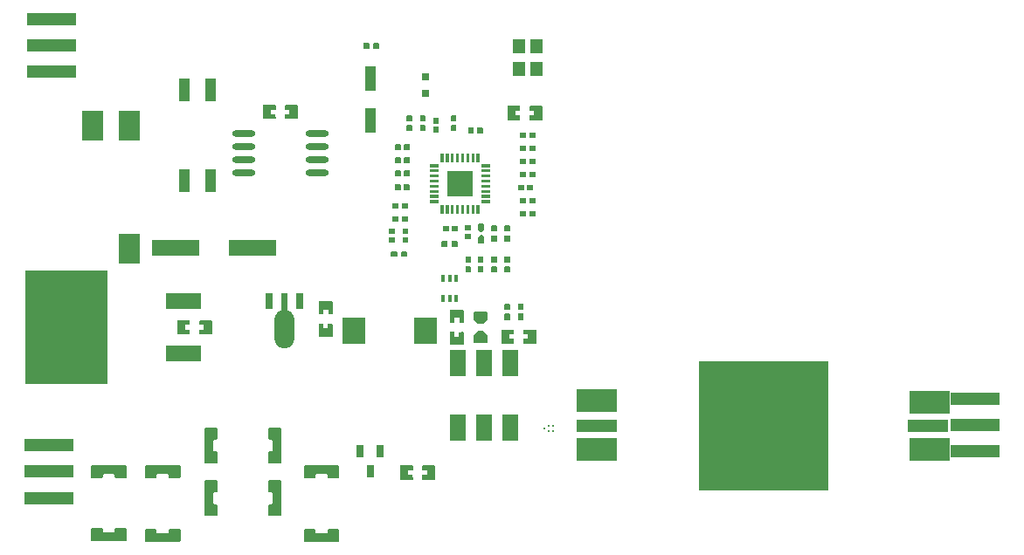
<source format=gtp>
G04 Layer: TopPasteMaskLayer*
G04 EasyEDA v6.5.51, 2025-10-24 11:51:23*
G04 97615f8f373a41e584ce2743ba089a90,41e67a4a1722464fbd0118792d3d5ae6,10*
G04 Gerber Generator version 0.2*
G04 Scale: 100 percent, Rotated: No, Reflected: No *
G04 Dimensions in millimeters *
G04 leading zeros omitted , absolute positions ,4 integer and 5 decimal *
%FSLAX45Y45*%
%MOMM*%

%AMMACRO1*21,1,$1,$2,0,0,$3*%
%ADD10R,12.5000X12.5000*%
%ADD11R,8.0000X11.0000*%
%ADD12R,1.2000X1.4000*%
%ADD13MACRO1,1.2X1.4X0.0000*%
%ADD14R,4.6000X1.6000*%
%ADD15R,0.7000X1.2500*%
%ADD16R,2.0000X3.0000*%
%ADD17R,0.0121X3.0000*%
%ADD18R,0.2000X0.2750*%
%ADD19R,4.8000X1.2000*%
%ADD20R,1.6500X2.5400*%
%ADD21MACRO1,2.592X2.185X90.0000*%
%ADD22R,2.1850X2.5920*%
%ADD23R,0.9800X2.4600*%
%ADD24R,3.5000X1.5000*%
%ADD25R,0.6720X1.5750*%
%ADD26R,1.1000X2.2000*%
%ADD27O,2.250008X0.629996*%
%ADD28R,0.3500X0.7800*%
%ADD29R,0.8000X0.8000*%
%ADD30R,4.0000X1.2000*%
%ADD31R,4.0000X2.2000*%

%LPD*%
G36*
X1720494Y-6780987D02*
G01*
X1715465Y-6785965D01*
X1715973Y-6827977D01*
X1759966Y-6827977D01*
X1759966Y-6872986D01*
X1714957Y-6872986D01*
X1715465Y-6913981D01*
X1720494Y-6918959D01*
X1835505Y-6918959D01*
X1840484Y-6913981D01*
X1840484Y-6785965D01*
X1835505Y-6780987D01*
G37*
G36*
X1504492Y-6780987D02*
G01*
X1499463Y-6785965D01*
X1499463Y-6913981D01*
X1504492Y-6918959D01*
X1619504Y-6918959D01*
X1624482Y-6913981D01*
X1623974Y-6871970D01*
X1579981Y-6871970D01*
X1579981Y-6827012D01*
X1624990Y-6827012D01*
X1624482Y-6785965D01*
X1619504Y-6780987D01*
G37*
G36*
X4704486Y-4700981D02*
G01*
X4699508Y-4706010D01*
X4699508Y-4833975D01*
X4704486Y-4839004D01*
X4819497Y-4839004D01*
X4824476Y-4833975D01*
X4824018Y-4792014D01*
X4779975Y-4792014D01*
X4779975Y-4747006D01*
X4824984Y-4747006D01*
X4824476Y-4706010D01*
X4819497Y-4700981D01*
G37*
G36*
X4920488Y-4700981D02*
G01*
X4915509Y-4706010D01*
X4915966Y-4747971D01*
X4959959Y-4747971D01*
X4959959Y-4792980D01*
X4915001Y-4792980D01*
X4915509Y-4833975D01*
X4920488Y-4839004D01*
X5035499Y-4839004D01*
X5040477Y-4833975D01*
X5040477Y-4706010D01*
X5035499Y-4700981D01*
G37*
G36*
X2390089Y-8333587D02*
G01*
X2380081Y-8343595D01*
X2380081Y-8437626D01*
X2390089Y-8447633D01*
X2413711Y-8447633D01*
X2423668Y-8457641D01*
X2423668Y-8555126D01*
X2413711Y-8565134D01*
X2390089Y-8565134D01*
X2380081Y-8575141D01*
X2380081Y-8669172D01*
X2390089Y-8679180D01*
X2498344Y-8679180D01*
X2508351Y-8669172D01*
X2508351Y-8343595D01*
X2498344Y-8333587D01*
G37*
G36*
X1776831Y-8333587D02*
G01*
X1766824Y-8343595D01*
X1766824Y-8669172D01*
X1776831Y-8679180D01*
X1885086Y-8679180D01*
X1895093Y-8669172D01*
X1895093Y-8575141D01*
X1885086Y-8565134D01*
X1861464Y-8565134D01*
X1851456Y-8555126D01*
X1851456Y-8457641D01*
X1861464Y-8447633D01*
X1885086Y-8447633D01*
X1895093Y-8437626D01*
X1895093Y-8343595D01*
X1885086Y-8333587D01*
G37*
G36*
X675386Y-8184438D02*
G01*
X665378Y-8194446D01*
X665378Y-8302701D01*
X675386Y-8312708D01*
X769416Y-8312708D01*
X779424Y-8302701D01*
X779424Y-8279079D01*
X789432Y-8269122D01*
X886917Y-8269122D01*
X896924Y-8279079D01*
X896924Y-8302701D01*
X906932Y-8312708D01*
X1001014Y-8312708D01*
X1010970Y-8302701D01*
X1010970Y-8194446D01*
X1001014Y-8184438D01*
G37*
G36*
X675386Y-8797696D02*
G01*
X665378Y-8807704D01*
X665378Y-8915958D01*
X675386Y-8925966D01*
X1001014Y-8925966D01*
X1010970Y-8915958D01*
X1010970Y-8807704D01*
X1001014Y-8797696D01*
X906932Y-8797696D01*
X896924Y-8807704D01*
X896924Y-8831326D01*
X886917Y-8841333D01*
X789432Y-8841333D01*
X779424Y-8831326D01*
X779424Y-8807704D01*
X769416Y-8797696D01*
G37*
G36*
X1197203Y-8189214D02*
G01*
X1187196Y-8199221D01*
X1187196Y-8307476D01*
X1197203Y-8317484D01*
X1291234Y-8317484D01*
X1301242Y-8307476D01*
X1301242Y-8283854D01*
X1311249Y-8273897D01*
X1408734Y-8273897D01*
X1418742Y-8283854D01*
X1418742Y-8307476D01*
X1428750Y-8317484D01*
X1522780Y-8317484D01*
X1532788Y-8307476D01*
X1532788Y-8199221D01*
X1522780Y-8189214D01*
G37*
G36*
X1197203Y-8802471D02*
G01*
X1187196Y-8812479D01*
X1187196Y-8920734D01*
X1197203Y-8930741D01*
X1522780Y-8930741D01*
X1532788Y-8920734D01*
X1532788Y-8812479D01*
X1522780Y-8802471D01*
X1428750Y-8802471D01*
X1418742Y-8812479D01*
X1418742Y-8836101D01*
X1408734Y-8846108D01*
X1311249Y-8846108D01*
X1301242Y-8836101D01*
X1301242Y-8812479D01*
X1291234Y-8802471D01*
G37*
G36*
X2737205Y-8189214D02*
G01*
X2727198Y-8199221D01*
X2727198Y-8307476D01*
X2737205Y-8317484D01*
X2831236Y-8317484D01*
X2841244Y-8307476D01*
X2841244Y-8283854D01*
X2851251Y-8273897D01*
X2948736Y-8273897D01*
X2958744Y-8283854D01*
X2958744Y-8307476D01*
X2968752Y-8317484D01*
X3062782Y-8317484D01*
X3072790Y-8307476D01*
X3072790Y-8199221D01*
X3062782Y-8189214D01*
G37*
G36*
X2737205Y-8802471D02*
G01*
X2727198Y-8812479D01*
X2727198Y-8920734D01*
X2737205Y-8930741D01*
X3062782Y-8930741D01*
X3072790Y-8920734D01*
X3072790Y-8812479D01*
X3062782Y-8802471D01*
X2968752Y-8802471D01*
X2958744Y-8812479D01*
X2958744Y-8836101D01*
X2948736Y-8846108D01*
X2851251Y-8846108D01*
X2841244Y-8836101D01*
X2841244Y-8812479D01*
X2831236Y-8802471D01*
G37*
G36*
X2875991Y-6599478D02*
G01*
X2870962Y-6604508D01*
X2870962Y-6719468D01*
X2875991Y-6724497D01*
X2918002Y-6723989D01*
X2918002Y-6679996D01*
X2962960Y-6679996D01*
X2962960Y-6725005D01*
X3003956Y-6724497D01*
X3008985Y-6719468D01*
X3008985Y-6604508D01*
X3003956Y-6599478D01*
G37*
G36*
X2916986Y-6814972D02*
G01*
X2875991Y-6815480D01*
X2870962Y-6820458D01*
X2870962Y-6935470D01*
X2875991Y-6940499D01*
X3004007Y-6940499D01*
X3008985Y-6935470D01*
X3008985Y-6820458D01*
X3004007Y-6815480D01*
X2961995Y-6815988D01*
X2961995Y-6859981D01*
X2916986Y-6859981D01*
G37*
G36*
X4186986Y-6894982D02*
G01*
X4145991Y-6895490D01*
X4141012Y-6900468D01*
X4141012Y-7015480D01*
X4145991Y-7020458D01*
X4274007Y-7020458D01*
X4278985Y-7015480D01*
X4278985Y-6900468D01*
X4274007Y-6895490D01*
X4231995Y-6895998D01*
X4231995Y-6939991D01*
X4186986Y-6939991D01*
G37*
G36*
X4145991Y-6679488D02*
G01*
X4141012Y-6684467D01*
X4141012Y-6799478D01*
X4145991Y-6804507D01*
X4188002Y-6803999D01*
X4188002Y-6760006D01*
X4233011Y-6760006D01*
X4233011Y-6805015D01*
X4274007Y-6804507D01*
X4278985Y-6799478D01*
X4278985Y-6684467D01*
X4274007Y-6679488D01*
G37*
G36*
X4381144Y-6696709D02*
G01*
X4371136Y-6706717D01*
X4371136Y-6775500D01*
X4417974Y-6814007D01*
X4462018Y-6814007D01*
X4508855Y-6775500D01*
X4508855Y-6706717D01*
X4498848Y-6696709D01*
G37*
G36*
X4417974Y-6885990D02*
G01*
X4371136Y-6924497D01*
X4371136Y-6993229D01*
X4381144Y-7003237D01*
X4498848Y-7003237D01*
X4508855Y-6993229D01*
X4508855Y-6924497D01*
X4462018Y-6885990D01*
G37*
G36*
X2390089Y-7823606D02*
G01*
X2380081Y-7833614D01*
X2380081Y-7927644D01*
X2390089Y-7937652D01*
X2413711Y-7937652D01*
X2423668Y-7947659D01*
X2423668Y-8045145D01*
X2413711Y-8055152D01*
X2390089Y-8055152D01*
X2380081Y-8065160D01*
X2380081Y-8159191D01*
X2390089Y-8169198D01*
X2498344Y-8169198D01*
X2508351Y-8159191D01*
X2508351Y-7833614D01*
X2498344Y-7823606D01*
G37*
G36*
X1776831Y-7823606D02*
G01*
X1766824Y-7833614D01*
X1766824Y-8159191D01*
X1776831Y-8169198D01*
X1885086Y-8169198D01*
X1895093Y-8159191D01*
X1895093Y-8065160D01*
X1885086Y-8055152D01*
X1861464Y-8055152D01*
X1851456Y-8045145D01*
X1851456Y-7947659D01*
X1861464Y-7937652D01*
X1885086Y-7937652D01*
X1895093Y-7927644D01*
X1895093Y-7833614D01*
X1885086Y-7823606D01*
G37*
G36*
X2550007Y-4690973D02*
G01*
X2544978Y-4696002D01*
X2545486Y-4737963D01*
X2589479Y-4737963D01*
X2589479Y-4782972D01*
X2544470Y-4782972D01*
X2544978Y-4823968D01*
X2550007Y-4828997D01*
X2665018Y-4828997D01*
X2669997Y-4823968D01*
X2669997Y-4696002D01*
X2665018Y-4690973D01*
G37*
G36*
X2335022Y-4690973D02*
G01*
X2329992Y-4696002D01*
X2329992Y-4823968D01*
X2335022Y-4828997D01*
X2449982Y-4828997D01*
X2455011Y-4823968D01*
X2454503Y-4782972D01*
X2410510Y-4782972D01*
X2410510Y-4737963D01*
X2455011Y-4737963D01*
X2455011Y-4696002D01*
X2449982Y-4690973D01*
G37*
G36*
X4644999Y-6871004D02*
G01*
X4639970Y-6875983D01*
X4639970Y-7003999D01*
X4644999Y-7008977D01*
X4760010Y-7008977D01*
X4764989Y-7003999D01*
X4764481Y-6961987D01*
X4720488Y-6961987D01*
X4720488Y-6916978D01*
X4765497Y-6916978D01*
X4764989Y-6875983D01*
X4760010Y-6871004D01*
G37*
G36*
X4859985Y-6871004D02*
G01*
X4855006Y-6875983D01*
X4855514Y-6916978D01*
X4899507Y-6916978D01*
X4899507Y-6961987D01*
X4855006Y-6961987D01*
X4855006Y-7003999D01*
X4859985Y-7008977D01*
X4974996Y-7008977D01*
X4979974Y-7003999D01*
X4979974Y-6875983D01*
X4974996Y-6871004D01*
G37*
G36*
X4401769Y-5166410D02*
G01*
X4401769Y-5246420D01*
X4431792Y-5246420D01*
X4431792Y-5166410D01*
G37*
G36*
X4051808Y-5166410D02*
G01*
X4051808Y-5246420D01*
X4081779Y-5246420D01*
X4081779Y-5166410D01*
G37*
G36*
X4351832Y-5166410D02*
G01*
X4351832Y-5246420D01*
X4381804Y-5246420D01*
X4381804Y-5166410D01*
G37*
G36*
X4301794Y-5166410D02*
G01*
X4301794Y-5246420D01*
X4331766Y-5246420D01*
X4331766Y-5166410D01*
G37*
G36*
X4251807Y-5166410D02*
G01*
X4251807Y-5246420D01*
X4281779Y-5246420D01*
X4281779Y-5166410D01*
G37*
G36*
X4101795Y-5166410D02*
G01*
X4101795Y-5246420D01*
X4131767Y-5246420D01*
X4131767Y-5166410D01*
G37*
G36*
X4201820Y-5166410D02*
G01*
X4201820Y-5246420D01*
X4231741Y-5246420D01*
X4231741Y-5166410D01*
G37*
G36*
X4151833Y-5166410D02*
G01*
X4151833Y-5246420D01*
X4181754Y-5246420D01*
X4181754Y-5166410D01*
G37*
G36*
X4451807Y-5266385D02*
G01*
X4451807Y-5296408D01*
X4531766Y-5296408D01*
X4531766Y-5266385D01*
G37*
G36*
X3951782Y-5266385D02*
G01*
X3951782Y-5296408D01*
X4031792Y-5296408D01*
X4031792Y-5266385D01*
G37*
G36*
X3951782Y-5316372D02*
G01*
X3951782Y-5346395D01*
X4031792Y-5346395D01*
X4031792Y-5316372D01*
G37*
G36*
X4451807Y-5316372D02*
G01*
X4451807Y-5346395D01*
X4531766Y-5346395D01*
X4531766Y-5316372D01*
G37*
G36*
X3951782Y-5366410D02*
G01*
X3951782Y-5396382D01*
X4031792Y-5396382D01*
X4031792Y-5366410D01*
G37*
G36*
X4451807Y-5366410D02*
G01*
X4451807Y-5396382D01*
X4531766Y-5396382D01*
X4531766Y-5366410D01*
G37*
G36*
X3951782Y-5416397D02*
G01*
X3951782Y-5446369D01*
X4031792Y-5446369D01*
X4031792Y-5416397D01*
G37*
G36*
X4451807Y-5416397D02*
G01*
X4451807Y-5446369D01*
X4531766Y-5446369D01*
X4531766Y-5416397D01*
G37*
G36*
X4451807Y-5466384D02*
G01*
X4451807Y-5496407D01*
X4531766Y-5496407D01*
X4531766Y-5466384D01*
G37*
G36*
X3951782Y-5466384D02*
G01*
X3951782Y-5496407D01*
X4031792Y-5496407D01*
X4031792Y-5466384D01*
G37*
G36*
X3951782Y-5516372D02*
G01*
X3951782Y-5546394D01*
X4031792Y-5546394D01*
X4031792Y-5516372D01*
G37*
G36*
X4451807Y-5516372D02*
G01*
X4451807Y-5546394D01*
X4531766Y-5546394D01*
X4531766Y-5516372D01*
G37*
G36*
X3951782Y-5566410D02*
G01*
X3951782Y-5596382D01*
X4031792Y-5596382D01*
X4031792Y-5566410D01*
G37*
G36*
X4451807Y-5566410D02*
G01*
X4451807Y-5596382D01*
X4531766Y-5596382D01*
X4531766Y-5566410D01*
G37*
G36*
X3951782Y-5616397D02*
G01*
X3951782Y-5646369D01*
X4031792Y-5646369D01*
X4031792Y-5616397D01*
G37*
G36*
X4451807Y-5616397D02*
G01*
X4451807Y-5646369D01*
X4531766Y-5646369D01*
X4531766Y-5616397D01*
G37*
G36*
X4051808Y-5666384D02*
G01*
X4051808Y-5746394D01*
X4081779Y-5746394D01*
X4081779Y-5666384D01*
G37*
G36*
X4401769Y-5666384D02*
G01*
X4401769Y-5746394D01*
X4431792Y-5746394D01*
X4431792Y-5666384D01*
G37*
G36*
X4101795Y-5666384D02*
G01*
X4101795Y-5746394D01*
X4131767Y-5746394D01*
X4131767Y-5666384D01*
G37*
G36*
X4151833Y-5666384D02*
G01*
X4151833Y-5746394D01*
X4181754Y-5746394D01*
X4181754Y-5666384D01*
G37*
G36*
X4351832Y-5666384D02*
G01*
X4351832Y-5746394D01*
X4381804Y-5746394D01*
X4381804Y-5666384D01*
G37*
G36*
X4201820Y-5666384D02*
G01*
X4201820Y-5746394D01*
X4231741Y-5746394D01*
X4231741Y-5666384D01*
G37*
G36*
X4251807Y-5666384D02*
G01*
X4251807Y-5746394D01*
X4281779Y-5746394D01*
X4281779Y-5666384D01*
G37*
G36*
X4301794Y-5666384D02*
G01*
X4301794Y-5746394D01*
X4331766Y-5746394D01*
X4331766Y-5666384D01*
G37*
G36*
X4117797Y-5332374D02*
G01*
X4117797Y-5580380D01*
X4365802Y-5580380D01*
X4365802Y-5332374D01*
G37*
G36*
X4894275Y-5467502D02*
G01*
X4890312Y-5471515D01*
X4890312Y-5517489D01*
X4894275Y-5521502D01*
X4944364Y-5521502D01*
X4948377Y-5517489D01*
X4948377Y-5471515D01*
X4944364Y-5467502D01*
G37*
G36*
X4809236Y-5467502D02*
G01*
X4805222Y-5471515D01*
X4805222Y-5517489D01*
X4809236Y-5521502D01*
X4859274Y-5521502D01*
X4863287Y-5517489D01*
X4863287Y-5471515D01*
X4859274Y-5467502D01*
G37*
G36*
X4826254Y-5085994D02*
G01*
X4821224Y-5091023D01*
X4821224Y-5135981D01*
X4826254Y-5141010D01*
X4874260Y-5141010D01*
X4881219Y-5135981D01*
X4881219Y-5091023D01*
X4874260Y-5085994D01*
G37*
G36*
X4924247Y-5085994D02*
G01*
X4917236Y-5091023D01*
X4917236Y-5135981D01*
X4924247Y-5141010D01*
X4972253Y-5141010D01*
X4977231Y-5135981D01*
X4977231Y-5091023D01*
X4972253Y-5085994D01*
G37*
G36*
X4924247Y-4958994D02*
G01*
X4917236Y-4964023D01*
X4917236Y-5008981D01*
X4924247Y-5014010D01*
X4972253Y-5014010D01*
X4977231Y-5008981D01*
X4977231Y-4964023D01*
X4972253Y-4958994D01*
G37*
G36*
X4826254Y-4958994D02*
G01*
X4821224Y-4964023D01*
X4821224Y-5008981D01*
X4826254Y-5014010D01*
X4874260Y-5014010D01*
X4881219Y-5008981D01*
X4881219Y-4964023D01*
X4874260Y-4958994D01*
G37*
G36*
X4826254Y-5339994D02*
G01*
X4821224Y-5345023D01*
X4821224Y-5389981D01*
X4826254Y-5395010D01*
X4874260Y-5395010D01*
X4881219Y-5389981D01*
X4881219Y-5345023D01*
X4874260Y-5339994D01*
G37*
G36*
X4924247Y-5339994D02*
G01*
X4917236Y-5345023D01*
X4917236Y-5389981D01*
X4924247Y-5395010D01*
X4972253Y-5395010D01*
X4977231Y-5389981D01*
X4977231Y-5345023D01*
X4972253Y-5339994D01*
G37*
G36*
X4549495Y-5957011D02*
G01*
X4544466Y-5964021D01*
X4544466Y-6012027D01*
X4549495Y-6017006D01*
X4594504Y-6017006D01*
X4599482Y-6012027D01*
X4599482Y-5964021D01*
X4594504Y-5957011D01*
G37*
G36*
X4549495Y-5860999D02*
G01*
X4544466Y-5866028D01*
X4544466Y-5913983D01*
X4549495Y-5920994D01*
X4594504Y-5920994D01*
X4599482Y-5913983D01*
X4599482Y-5866028D01*
X4594504Y-5860999D01*
G37*
G36*
X4421987Y-5844997D02*
G01*
X4417974Y-5849010D01*
X4417974Y-5898642D01*
X4436364Y-5925515D01*
X4453636Y-5925515D01*
X4471974Y-5898642D01*
X4471974Y-5849010D01*
X4468012Y-5844997D01*
G37*
G36*
X4436364Y-5952490D02*
G01*
X4417974Y-5979363D01*
X4417974Y-6028994D01*
X4421987Y-6033008D01*
X4468012Y-6033008D01*
X4471974Y-6028994D01*
X4471974Y-5979363D01*
X4453636Y-5952490D01*
G37*
G36*
X4924247Y-5212994D02*
G01*
X4917236Y-5218023D01*
X4917236Y-5262981D01*
X4924247Y-5268010D01*
X4972253Y-5268010D01*
X4977231Y-5262981D01*
X4977231Y-5218023D01*
X4972253Y-5212994D01*
G37*
G36*
X4826254Y-5212994D02*
G01*
X4821224Y-5218023D01*
X4821224Y-5262981D01*
X4826254Y-5268010D01*
X4874260Y-5268010D01*
X4881219Y-5262981D01*
X4881219Y-5218023D01*
X4874260Y-5212994D01*
G37*
G36*
X4826254Y-5593994D02*
G01*
X4821224Y-5599023D01*
X4821224Y-5643981D01*
X4826254Y-5649010D01*
X4874260Y-5649010D01*
X4881219Y-5643981D01*
X4881219Y-5599023D01*
X4874260Y-5593994D01*
G37*
G36*
X4924247Y-5593994D02*
G01*
X4917236Y-5599023D01*
X4917236Y-5643981D01*
X4924247Y-5649010D01*
X4972253Y-5649010D01*
X4977231Y-5643981D01*
X4977231Y-5599023D01*
X4972253Y-5593994D01*
G37*
G36*
X4924247Y-5720994D02*
G01*
X4917236Y-5726023D01*
X4917236Y-5770981D01*
X4924247Y-5776010D01*
X4972253Y-5776010D01*
X4977231Y-5770981D01*
X4977231Y-5726023D01*
X4972253Y-5720994D01*
G37*
G36*
X4826254Y-5720994D02*
G01*
X4821224Y-5726023D01*
X4821224Y-5770981D01*
X4826254Y-5776010D01*
X4874260Y-5776010D01*
X4881219Y-5770981D01*
X4881219Y-5726023D01*
X4874260Y-5720994D01*
G37*
G36*
X4676495Y-5860999D02*
G01*
X4671517Y-5866028D01*
X4671517Y-5913983D01*
X4676495Y-5920994D01*
X4721504Y-5920994D01*
X4726482Y-5913983D01*
X4726482Y-5866028D01*
X4721504Y-5860999D01*
G37*
G36*
X4676495Y-5957011D02*
G01*
X4671517Y-5964021D01*
X4671517Y-6012027D01*
X4676495Y-6017006D01*
X4721504Y-6017006D01*
X4726482Y-6012027D01*
X4726482Y-5964021D01*
X4721504Y-5957011D01*
G37*
G36*
X4066997Y-6012484D02*
G01*
X4061968Y-6017463D01*
X4061968Y-6062472D01*
X4066997Y-6067501D01*
X4115003Y-6067501D01*
X4122013Y-6062472D01*
X4122013Y-6017463D01*
X4115003Y-6012484D01*
G37*
G36*
X4164990Y-6012484D02*
G01*
X4157979Y-6017463D01*
X4157979Y-6062472D01*
X4164990Y-6067501D01*
X4212996Y-6067501D01*
X4217974Y-6062472D01*
X4217974Y-6017463D01*
X4212996Y-6012484D01*
G37*
G36*
X4417466Y-6258001D02*
G01*
X4412488Y-6265011D01*
X4412488Y-6312966D01*
X4417466Y-6317996D01*
X4462475Y-6317996D01*
X4467504Y-6312966D01*
X4467504Y-6265011D01*
X4462475Y-6258001D01*
G37*
G36*
X4417466Y-6161989D02*
G01*
X4412488Y-6166967D01*
X4412488Y-6214973D01*
X4417466Y-6221984D01*
X4462475Y-6221984D01*
X4467504Y-6214973D01*
X4467504Y-6166967D01*
X4462475Y-6161989D01*
G37*
G36*
X4297476Y-6161989D02*
G01*
X4292498Y-6166967D01*
X4292498Y-6214973D01*
X4297476Y-6221984D01*
X4342485Y-6221984D01*
X4347514Y-6214973D01*
X4347514Y-6166967D01*
X4342485Y-6161989D01*
G37*
G36*
X4297476Y-6258001D02*
G01*
X4292498Y-6264960D01*
X4292498Y-6312966D01*
X4297476Y-6317996D01*
X4342485Y-6317996D01*
X4347514Y-6312966D01*
X4347514Y-6264960D01*
X4342485Y-6258001D01*
G37*
G36*
X4547514Y-6161989D02*
G01*
X4542485Y-6166967D01*
X4542485Y-6214973D01*
X4547514Y-6221984D01*
X4592472Y-6221984D01*
X4597501Y-6214973D01*
X4597501Y-6166967D01*
X4592472Y-6161989D01*
G37*
G36*
X4547514Y-6258001D02*
G01*
X4542485Y-6264960D01*
X4542485Y-6312966D01*
X4547514Y-6317996D01*
X4592472Y-6317996D01*
X4597501Y-6312966D01*
X4597501Y-6264960D01*
X4592472Y-6258001D01*
G37*
G36*
X4677511Y-6258001D02*
G01*
X4672482Y-6265011D01*
X4672482Y-6312966D01*
X4677511Y-6317996D01*
X4722469Y-6317996D01*
X4727498Y-6312966D01*
X4727498Y-6265011D01*
X4722469Y-6258001D01*
G37*
G36*
X4677511Y-6161989D02*
G01*
X4672482Y-6166967D01*
X4672482Y-6214973D01*
X4677511Y-6221984D01*
X4722469Y-6221984D01*
X4727498Y-6214973D01*
X4727498Y-6166967D01*
X4722469Y-6161989D01*
G37*
G36*
X4294987Y-5854750D02*
G01*
X4290974Y-5858764D01*
X4290974Y-5908802D01*
X4294987Y-5912815D01*
X4341012Y-5912815D01*
X4344974Y-5908802D01*
X4344974Y-5858764D01*
X4341012Y-5854750D01*
G37*
G36*
X4294987Y-5939790D02*
G01*
X4290974Y-5943803D01*
X4290974Y-5993892D01*
X4294987Y-5997854D01*
X4341012Y-5997854D01*
X4344974Y-5993892D01*
X4344974Y-5943803D01*
X4341012Y-5939790D01*
G37*
G36*
X4167479Y-5862980D02*
G01*
X4163517Y-5866993D01*
X4163517Y-5912967D01*
X4167479Y-5916980D01*
X4217568Y-5916980D01*
X4221581Y-5912967D01*
X4221581Y-5866993D01*
X4217568Y-5862980D01*
G37*
G36*
X4082440Y-5862980D02*
G01*
X4078427Y-5866993D01*
X4078427Y-5912967D01*
X4082440Y-5916980D01*
X4132478Y-5916980D01*
X4136491Y-5912967D01*
X4136491Y-5866993D01*
X4132478Y-5862980D01*
G37*
G36*
X3700475Y-5073802D02*
G01*
X3696512Y-5077815D01*
X3696512Y-5123789D01*
X3700475Y-5127802D01*
X3750564Y-5127802D01*
X3754577Y-5123789D01*
X3754577Y-5077815D01*
X3750564Y-5073802D01*
G37*
G36*
X3615436Y-5073802D02*
G01*
X3611422Y-5077815D01*
X3611422Y-5123789D01*
X3615436Y-5127802D01*
X3665474Y-5127802D01*
X3669487Y-5123789D01*
X3669487Y-5077815D01*
X3665474Y-5073802D01*
G37*
G36*
X3700475Y-5200802D02*
G01*
X3696512Y-5204815D01*
X3696512Y-5250789D01*
X3700475Y-5254802D01*
X3750564Y-5254802D01*
X3754577Y-5250789D01*
X3754577Y-5204815D01*
X3750564Y-5200802D01*
G37*
G36*
X3615436Y-5200802D02*
G01*
X3611422Y-5204815D01*
X3611422Y-5250789D01*
X3615436Y-5254802D01*
X3665474Y-5254802D01*
X3669487Y-5250789D01*
X3669487Y-5204815D01*
X3665474Y-5200802D01*
G37*
G36*
X3700475Y-5327802D02*
G01*
X3696512Y-5331815D01*
X3696512Y-5377789D01*
X3700475Y-5381802D01*
X3750564Y-5381802D01*
X3754577Y-5377789D01*
X3754577Y-5331815D01*
X3750564Y-5327802D01*
G37*
G36*
X3615436Y-5327802D02*
G01*
X3611422Y-5331815D01*
X3611422Y-5377789D01*
X3615436Y-5381802D01*
X3665474Y-5381802D01*
X3669487Y-5377789D01*
X3669487Y-5331815D01*
X3665474Y-5327802D01*
G37*
G36*
X3590798Y-5642914D02*
G01*
X3585768Y-5647893D01*
X3585768Y-5692902D01*
X3590798Y-5697880D01*
X3638804Y-5697880D01*
X3645763Y-5692902D01*
X3645763Y-5647893D01*
X3638804Y-5642914D01*
G37*
G36*
X3688791Y-5642914D02*
G01*
X3681780Y-5647893D01*
X3681780Y-5692902D01*
X3688791Y-5697880D01*
X3736797Y-5697880D01*
X3741775Y-5692902D01*
X3741775Y-5647893D01*
X3736797Y-5642914D01*
G37*
G36*
X3590798Y-5769914D02*
G01*
X3585768Y-5774893D01*
X3585768Y-5819902D01*
X3590798Y-5824880D01*
X3638804Y-5824880D01*
X3645763Y-5819902D01*
X3645763Y-5774893D01*
X3638804Y-5769914D01*
G37*
G36*
X3688791Y-5769914D02*
G01*
X3681780Y-5774893D01*
X3681780Y-5819902D01*
X3688791Y-5824880D01*
X3736797Y-5824880D01*
X3741775Y-5819902D01*
X3741775Y-5774893D01*
X3736797Y-5769914D01*
G37*
G36*
X3576980Y-6112510D02*
G01*
X3572001Y-6117488D01*
X3572001Y-6162497D01*
X3576980Y-6167475D01*
X3624986Y-6167475D01*
X3631996Y-6162497D01*
X3631996Y-6117488D01*
X3624986Y-6112510D01*
G37*
G36*
X3674973Y-6112510D02*
G01*
X3668014Y-6117488D01*
X3668014Y-6162497D01*
X3674973Y-6167475D01*
X3722979Y-6167475D01*
X3728008Y-6162497D01*
X3728008Y-6117488D01*
X3722979Y-6112510D01*
G37*
G36*
X3557015Y-5888431D02*
G01*
X3553002Y-5892444D01*
X3553002Y-5942482D01*
X3557015Y-5946495D01*
X3602990Y-5946495D01*
X3607003Y-5942482D01*
X3607003Y-5892444D01*
X3602990Y-5888431D01*
G37*
G36*
X3557015Y-5973470D02*
G01*
X3553002Y-5977483D01*
X3553002Y-6027572D01*
X3557015Y-6031534D01*
X3602990Y-6031534D01*
X3607003Y-6027572D01*
X3607003Y-5977483D01*
X3602990Y-5973470D01*
G37*
G36*
X3686962Y-5888431D02*
G01*
X3683000Y-5892444D01*
X3683000Y-5942482D01*
X3686962Y-5946495D01*
X3732987Y-5946495D01*
X3737000Y-5942482D01*
X3737000Y-5892444D01*
X3732987Y-5888431D01*
G37*
G36*
X3686962Y-5973470D02*
G01*
X3683000Y-5977483D01*
X3683000Y-6027572D01*
X3686962Y-6031534D01*
X3732987Y-6031534D01*
X3737000Y-6027572D01*
X3737000Y-5977483D01*
X3732987Y-5973470D01*
G37*
G36*
X4157472Y-4887976D02*
G01*
X4152493Y-4894986D01*
X4152493Y-4942992D01*
X4157472Y-4947970D01*
X4202480Y-4947970D01*
X4207510Y-4942992D01*
X4207510Y-4894986D01*
X4202480Y-4887976D01*
G37*
G36*
X4157472Y-4792014D02*
G01*
X4152493Y-4796993D01*
X4152493Y-4844999D01*
X4157472Y-4852009D01*
X4202480Y-4852009D01*
X4207510Y-4844999D01*
X4207510Y-4796993D01*
X4202480Y-4792014D01*
G37*
G36*
X3857498Y-4791964D02*
G01*
X3852468Y-4796993D01*
X3852468Y-4844999D01*
X3857498Y-4852009D01*
X3902506Y-4852009D01*
X3907485Y-4844999D01*
X3907485Y-4796993D01*
X3902506Y-4791964D01*
G37*
G36*
X3857498Y-4887976D02*
G01*
X3852468Y-4894986D01*
X3852468Y-4942992D01*
X3857498Y-4947970D01*
X3902506Y-4947970D01*
X3907485Y-4942992D01*
X3907485Y-4894986D01*
X3902506Y-4887976D01*
G37*
G36*
X3727500Y-4887976D02*
G01*
X3722471Y-4894986D01*
X3722471Y-4942992D01*
X3727500Y-4947970D01*
X3772509Y-4947970D01*
X3777487Y-4942992D01*
X3777487Y-4894986D01*
X3772509Y-4887976D01*
G37*
G36*
X3727500Y-4792014D02*
G01*
X3722471Y-4796993D01*
X3722471Y-4844999D01*
X3727500Y-4852009D01*
X3772509Y-4852009D01*
X3777487Y-4844999D01*
X3777487Y-4796993D01*
X3772509Y-4792014D01*
G37*
G36*
X3986987Y-4818430D02*
G01*
X3982974Y-4822444D01*
X3982974Y-4872482D01*
X3986987Y-4876495D01*
X4033012Y-4876495D01*
X4036974Y-4872482D01*
X4036974Y-4822444D01*
X4033012Y-4818430D01*
G37*
G36*
X3986987Y-4903470D02*
G01*
X3982974Y-4907483D01*
X3982974Y-4957572D01*
X3986987Y-4961534D01*
X4033012Y-4961534D01*
X4036974Y-4957572D01*
X4036974Y-4907483D01*
X4033012Y-4903470D01*
G37*
G36*
X4322419Y-4912969D02*
G01*
X4318406Y-4916982D01*
X4318406Y-4963007D01*
X4322419Y-4966970D01*
X4372508Y-4966970D01*
X4376470Y-4963007D01*
X4376470Y-4916982D01*
X4372508Y-4912969D01*
G37*
G36*
X4407509Y-4912969D02*
G01*
X4403496Y-4916982D01*
X4403496Y-4963007D01*
X4407509Y-4966970D01*
X4457547Y-4966970D01*
X4461560Y-4963007D01*
X4461560Y-4916982D01*
X4457547Y-4912969D01*
G37*
G36*
X3612438Y-5462981D02*
G01*
X3608425Y-5466994D01*
X3608425Y-5512968D01*
X3612438Y-5516981D01*
X3662476Y-5516981D01*
X3666490Y-5512968D01*
X3666490Y-5466994D01*
X3662476Y-5462981D01*
G37*
G36*
X3697478Y-5462981D02*
G01*
X3693515Y-5466994D01*
X3693515Y-5512968D01*
X3697478Y-5516981D01*
X3747566Y-5516981D01*
X3751579Y-5512968D01*
X3751579Y-5466994D01*
X3747566Y-5462981D01*
G37*
G36*
X4807508Y-6717995D02*
G01*
X4802479Y-6725005D01*
X4802479Y-6773011D01*
X4807508Y-6777990D01*
X4852466Y-6777990D01*
X4857496Y-6773011D01*
X4857496Y-6725005D01*
X4852466Y-6717995D01*
G37*
G36*
X4807508Y-6621983D02*
G01*
X4802479Y-6627012D01*
X4802479Y-6674967D01*
X4807508Y-6681978D01*
X4852466Y-6681978D01*
X4857496Y-6674967D01*
X4857496Y-6627012D01*
X4852466Y-6621983D01*
G37*
G36*
X4677511Y-6717995D02*
G01*
X4672482Y-6725005D01*
X4672482Y-6773011D01*
X4677511Y-6777990D01*
X4722469Y-6777990D01*
X4727498Y-6773011D01*
X4727498Y-6725005D01*
X4722469Y-6717995D01*
G37*
G36*
X4677511Y-6621983D02*
G01*
X4672482Y-6627012D01*
X4672482Y-6674967D01*
X4677511Y-6681978D01*
X4722469Y-6681978D01*
X4727498Y-6674967D01*
X4727498Y-6627012D01*
X4722469Y-6621983D01*
G37*
G36*
X3664508Y-8190992D02*
G01*
X3659479Y-8195970D01*
X3659479Y-8323986D01*
X3664508Y-8328964D01*
X3779520Y-8328964D01*
X3784498Y-8323986D01*
X3783990Y-8281974D01*
X3739997Y-8281974D01*
X3739997Y-8236966D01*
X3785006Y-8236966D01*
X3784498Y-8195970D01*
X3779520Y-8190992D01*
G37*
G36*
X3880510Y-8190992D02*
G01*
X3875481Y-8195970D01*
X3875989Y-8237981D01*
X3919982Y-8237981D01*
X3919982Y-8282990D01*
X3874973Y-8282990D01*
X3875481Y-8323986D01*
X3880510Y-8328964D01*
X3995470Y-8328964D01*
X4000500Y-8323986D01*
X4000500Y-8195970D01*
X3995470Y-8190992D01*
G37*
G36*
X3404971Y-4092498D02*
G01*
X3398012Y-4097477D01*
X3398012Y-4142486D01*
X3404971Y-4147515D01*
X3452977Y-4147515D01*
X3458006Y-4142486D01*
X3458006Y-4097477D01*
X3452977Y-4092498D01*
G37*
G36*
X3306978Y-4092498D02*
G01*
X3302000Y-4097477D01*
X3302000Y-4142486D01*
X3306978Y-4147515D01*
X3354984Y-4147515D01*
X3361994Y-4142486D01*
X3361994Y-4097477D01*
X3354984Y-4092498D01*
G37*
D10*
G01*
X7179995Y-7809992D03*
D11*
G01*
X429996Y-6849998D03*
D12*
G01*
X4984978Y-4339996D03*
D13*
G01*
X4984978Y-4119991D03*
G01*
X4814976Y-4119991D03*
G01*
X4814976Y-4339991D03*
D14*
G01*
X1487551Y-6079997D03*
G01*
X2232431Y-6079997D03*
D15*
G01*
X3464991Y-8049996D03*
G01*
X3274999Y-8049996D03*
G01*
X3369995Y-8249996D03*
D16*
G01*
X1034973Y-6089980D03*
G01*
X684987Y-4889982D03*
G01*
X1034973Y-4889982D03*
D18*
G01*
X5099989Y-7804988D03*
G01*
X5139994Y-7804988D03*
G01*
X5139994Y-7854975D03*
G01*
X5099989Y-7854975D03*
G01*
X5059984Y-7829981D03*
D19*
G01*
X259994Y-7995005D03*
G01*
X259994Y-8504986D03*
G01*
X259994Y-8249996D03*
G01*
X9229979Y-8054975D03*
G01*
X9229979Y-7544993D03*
G01*
X9229979Y-7799984D03*
G01*
X279374Y-3860825D03*
G01*
X279374Y-4370806D03*
G01*
X279400Y-4115815D03*
D20*
G01*
X4215993Y-7823987D03*
G01*
X4469993Y-7823987D03*
G01*
X4723993Y-7823987D03*
G01*
X4723993Y-7195997D03*
G01*
X4469993Y-7195997D03*
G01*
X4215993Y-7195997D03*
D21*
G01*
X3903644Y-6879983D03*
D22*
G01*
X3216325Y-6879996D03*
D23*
G01*
X3369995Y-4842002D03*
G01*
X3369995Y-4437989D03*
D24*
G01*
X1565198Y-7103973D03*
G01*
X1565198Y-6595973D03*
G36*
X2444993Y-6772884D02*
G01*
X2445100Y-6768431D01*
X2445412Y-6763989D01*
X2445933Y-6759564D01*
X2446660Y-6755170D01*
X2447594Y-6750814D01*
X2448730Y-6746509D01*
X2450066Y-6742259D01*
X2451600Y-6738078D01*
X2453330Y-6733974D01*
X2455247Y-6729953D01*
X2457353Y-6726029D01*
X2459642Y-6722206D01*
X2462105Y-6718495D01*
X2464739Y-6714904D01*
X2467538Y-6711442D01*
X2470500Y-6708112D01*
X2473612Y-6704926D01*
X2476870Y-6701889D01*
X2480266Y-6699008D01*
X2483794Y-6696290D01*
X2487447Y-6693740D01*
X2491214Y-6691365D01*
X2495090Y-6689168D01*
X2499062Y-6687154D01*
X2506992Y-6685330D01*
X2506992Y-6515597D01*
X2572992Y-6515597D01*
X2572992Y-6685330D01*
X2580927Y-6687154D01*
X2584899Y-6689168D01*
X2588775Y-6691365D01*
X2592542Y-6693740D01*
X2596194Y-6696290D01*
X2599723Y-6699008D01*
X2603118Y-6701889D01*
X2606377Y-6704926D01*
X2609489Y-6708112D01*
X2612450Y-6711442D01*
X2615250Y-6714904D01*
X2617884Y-6718495D01*
X2620347Y-6722206D01*
X2622636Y-6726029D01*
X2624742Y-6729953D01*
X2626659Y-6733974D01*
X2628389Y-6738078D01*
X2629923Y-6742259D01*
X2631259Y-6746509D01*
X2632395Y-6750814D01*
X2633329Y-6755170D01*
X2634056Y-6759564D01*
X2634576Y-6763989D01*
X2634889Y-6768431D01*
X2634995Y-6772884D01*
X2634995Y-6958304D01*
X2634889Y-6962757D01*
X2634576Y-6967199D01*
X2634056Y-6971624D01*
X2633329Y-6976018D01*
X2632395Y-6980374D01*
X2631259Y-6984679D01*
X2629923Y-6988929D01*
X2628389Y-6993110D01*
X2626659Y-6997214D01*
X2624742Y-7001235D01*
X2622636Y-7005159D01*
X2620347Y-7008982D01*
X2617884Y-7012693D01*
X2615250Y-7016285D01*
X2612450Y-7019747D01*
X2609489Y-7023077D01*
X2606377Y-7026262D01*
X2603118Y-7029300D01*
X2599723Y-7032180D01*
X2596194Y-7034898D01*
X2592542Y-7037448D01*
X2588775Y-7039823D01*
X2584899Y-7042020D01*
X2580927Y-7044034D01*
X2576863Y-7045858D01*
X2572720Y-7047491D01*
X2568503Y-7048926D01*
X2564223Y-7050163D01*
X2559890Y-7051197D01*
X2555516Y-7052028D01*
X2551104Y-7052652D01*
X2546670Y-7053069D01*
X2542222Y-7053277D01*
X2537767Y-7053277D01*
X2533319Y-7053069D01*
X2528884Y-7052652D01*
X2524472Y-7052028D01*
X2520099Y-7051197D01*
X2515765Y-7050163D01*
X2511485Y-7048926D01*
X2507269Y-7047491D01*
X2503126Y-7045858D01*
X2499062Y-7044034D01*
X2495090Y-7042020D01*
X2491214Y-7039823D01*
X2487447Y-7037448D01*
X2483794Y-7034898D01*
X2480266Y-7032180D01*
X2476870Y-7029300D01*
X2473612Y-7026262D01*
X2470500Y-7023077D01*
X2467538Y-7019747D01*
X2464739Y-7016285D01*
X2462105Y-7012693D01*
X2459642Y-7008982D01*
X2457353Y-7005159D01*
X2455247Y-7001235D01*
X2453330Y-6997214D01*
X2451600Y-6993110D01*
X2450066Y-6988929D01*
X2448730Y-6984679D01*
X2447594Y-6980374D01*
X2446660Y-6976018D01*
X2445933Y-6971624D01*
X2445412Y-6967199D01*
X2445100Y-6962757D01*
X2444993Y-6958304D01*
G37*
D25*
G01*
X2389987Y-6594347D03*
G01*
X2689986Y-6594347D03*
D26*
G01*
X1572996Y-4550003D03*
G01*
X1826996Y-4550003D03*
G01*
X1826996Y-5429986D03*
G01*
X1572996Y-5429986D03*
D27*
G01*
X2147011Y-4969510D03*
G01*
X2147011Y-5096510D03*
G01*
X2147011Y-5223510D03*
G01*
X2147011Y-5350510D03*
G01*
X2853004Y-4969510D03*
G01*
X2853004Y-5096510D03*
G01*
X2853004Y-5223510D03*
G01*
X2853004Y-5350510D03*
D28*
G01*
X4204995Y-6370980D03*
G01*
X4139996Y-6370980D03*
G01*
X4074998Y-6370980D03*
G01*
X4074998Y-6568998D03*
G01*
X4139996Y-6568998D03*
G01*
X4204995Y-6568998D03*
D29*
G01*
X3909999Y-4579924D03*
G01*
X3909999Y-4420031D03*
D30*
G01*
X5564098Y-7801787D03*
G01*
X8777198Y-7801787D03*
D31*
G01*
X5564098Y-8030387D03*
G01*
X5564098Y-7560487D03*
G01*
X8789898Y-7573187D03*
G01*
X8789898Y-8030387D03*
M02*

</source>
